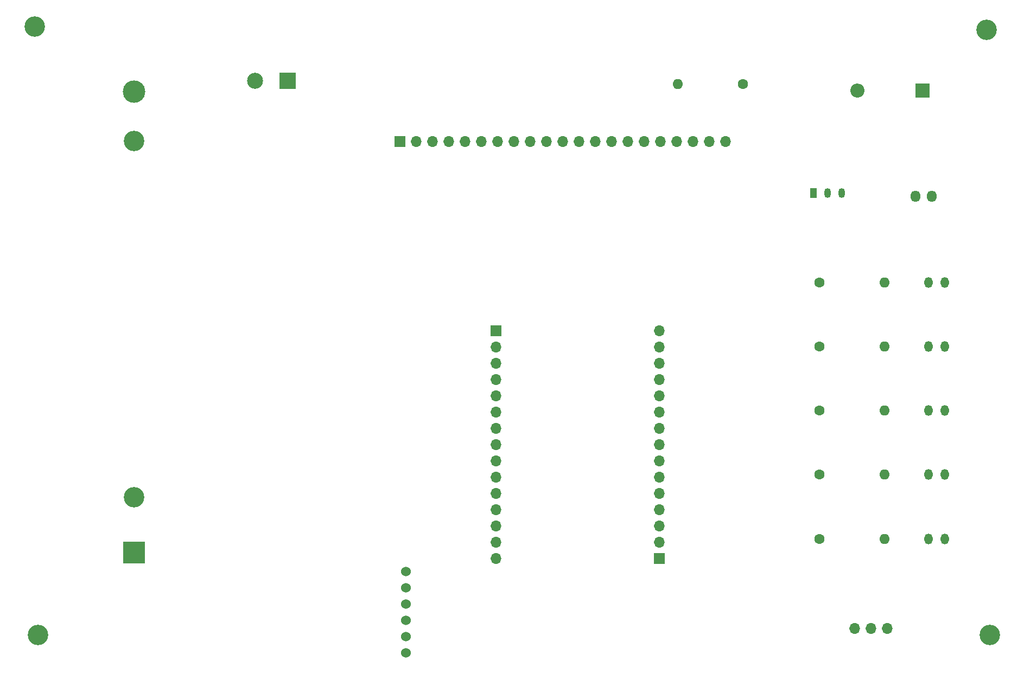
<source format=gbr>
%TF.GenerationSoftware,KiCad,Pcbnew,8.0.8*%
%TF.CreationDate,2025-02-13T16:42:56-05:00*%
%TF.ProjectId,Dise_o Sensor UV,44697365-f16f-4205-9365-6e736f722055,rev?*%
%TF.SameCoordinates,Original*%
%TF.FileFunction,Soldermask,Top*%
%TF.FilePolarity,Negative*%
%FSLAX46Y46*%
G04 Gerber Fmt 4.6, Leading zero omitted, Abs format (unit mm)*
G04 Created by KiCad (PCBNEW 8.0.8) date 2025-02-13 16:42:56*
%MOMM*%
%LPD*%
G01*
G04 APERTURE LIST*
%ADD10C,1.600000*%
%ADD11O,1.600000X1.600000*%
%ADD12O,1.300000X1.700000*%
%ADD13R,1.700000X1.700000*%
%ADD14O,1.700000X1.700000*%
%ADD15C,3.200000*%
%ADD16R,3.500000X3.500000*%
%ADD17C,3.500000*%
%ADD18R,2.200000X2.200000*%
%ADD19O,2.200000X2.200000*%
%ADD20O,1.050000X1.500000*%
%ADD21R,1.050000X1.500000*%
%ADD22C,1.524000*%
%ADD23R,2.500000X2.500000*%
%ADD24C,2.500000*%
%ADD25O,1.500000X1.800000*%
G04 APERTURE END LIST*
D10*
%TO.C,R3*%
X241420000Y-96500000D03*
D11*
X251580000Y-96500000D03*
%TD*%
D12*
%TO.C,Led5*%
X260960000Y-76500000D03*
X258420000Y-76500000D03*
%TD*%
D13*
%TO.C,RI1*%
X216500000Y-119620000D03*
D14*
X216500000Y-117080000D03*
X216500000Y-114540000D03*
X216500000Y-112000000D03*
X216500000Y-109460000D03*
X216500000Y-106920000D03*
X216500000Y-104380000D03*
X216500000Y-101840000D03*
X216500000Y-99300000D03*
X216500000Y-96760000D03*
X216500000Y-94220000D03*
X216500000Y-91680000D03*
X216500000Y-89140000D03*
X216500000Y-86600000D03*
X216500000Y-84060000D03*
%TD*%
D10*
%TO.C,R2*%
X241420000Y-106500000D03*
D11*
X251580000Y-106500000D03*
%TD*%
D10*
%TO.C,R4*%
X241420000Y-86500000D03*
D11*
X251580000Y-86500000D03*
%TD*%
D15*
%TO.C,BT1*%
X134500000Y-110000000D03*
X134500000Y-54390000D03*
D16*
X134500000Y-118645000D03*
D17*
X134500000Y-46645000D03*
%TD*%
D10*
%TO.C,R_BaseT1*%
X229500000Y-45500000D03*
D11*
X219340000Y-45500000D03*
%TD*%
D10*
%TO.C,R5*%
X241420000Y-76500000D03*
D11*
X251580000Y-76500000D03*
%TD*%
D15*
%TO.C,*%
X119000000Y-36500000D03*
%TD*%
%TO.C,*%
X268000000Y-131500000D03*
%TD*%
%TO.C,REF\u002A\u002A*%
X119500000Y-131500000D03*
%TD*%
D14*
%TO.C,SUV1*%
X252040000Y-130500000D03*
X249500000Y-130500000D03*
X246960000Y-130500000D03*
%TD*%
D10*
%TO.C,R1*%
X241420000Y-116500000D03*
D11*
X251580000Y-116500000D03*
%TD*%
D18*
%TO.C,D1*%
X257500000Y-46500000D03*
D19*
X247340000Y-46500000D03*
%TD*%
D13*
%TO.C,Pin_Extra1*%
X175980000Y-54500000D03*
D14*
X178520000Y-54500000D03*
X181060000Y-54500000D03*
X183600000Y-54500000D03*
X186140000Y-54500000D03*
X188680000Y-54500000D03*
X191220000Y-54500000D03*
X193760000Y-54500000D03*
X196300000Y-54500000D03*
X198840000Y-54500000D03*
X201380000Y-54500000D03*
X203920000Y-54500000D03*
X206460000Y-54500000D03*
X209000000Y-54500000D03*
X211540000Y-54500000D03*
X214080000Y-54500000D03*
X216620000Y-54500000D03*
X219160000Y-54500000D03*
X221700000Y-54500000D03*
X224240000Y-54500000D03*
X226780000Y-54500000D03*
%TD*%
%TO.C,LE1*%
X191000000Y-119620000D03*
X191000000Y-117080000D03*
X191000000Y-114540000D03*
X191000000Y-112000000D03*
X191000000Y-109460000D03*
X191000000Y-106920000D03*
X191000000Y-104380000D03*
X191000000Y-101840000D03*
X191000000Y-99300000D03*
X191000000Y-96760000D03*
X191000000Y-94220000D03*
X191000000Y-91680000D03*
X191000000Y-89140000D03*
X191000000Y-86600000D03*
D13*
X191000000Y-84060000D03*
%TD*%
D20*
%TO.C,Q1*%
X244920000Y-62500000D03*
X242730000Y-62500000D03*
D21*
X240540000Y-62500000D03*
%TD*%
D12*
%TO.C,Led3*%
X258420000Y-96500000D03*
X260960000Y-96500000D03*
%TD*%
D22*
%TO.C,Modulo1*%
X176930000Y-134350000D03*
X176930000Y-131810000D03*
X176930000Y-129270000D03*
X176930000Y-126730000D03*
X176930000Y-124190000D03*
X176930000Y-121650000D03*
%TD*%
D12*
%TO.C,Led2*%
X258420000Y-106500000D03*
X260960000Y-106500000D03*
%TD*%
%TO.C,Led1*%
X258420000Y-116500000D03*
X260960000Y-116500000D03*
%TD*%
%TO.C,Led4*%
X258420000Y-86475000D03*
X260960000Y-86475000D03*
%TD*%
D23*
%TO.C,ALI1*%
X158500000Y-45000000D03*
D24*
X153420000Y-45000000D03*
%TD*%
D25*
%TO.C,Buzzer1*%
X259000000Y-63000000D03*
X256460000Y-63000000D03*
%TD*%
D15*
%TO.C,*%
X267500000Y-37000000D03*
%TD*%
M02*

</source>
